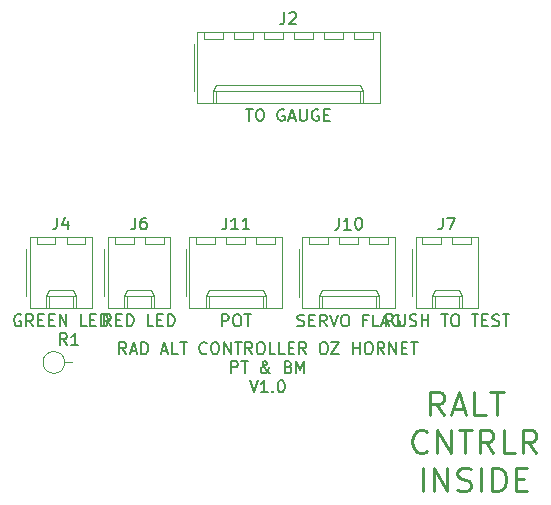
<source format=gbr>
G04 #@! TF.GenerationSoftware,KiCad,Pcbnew,(6.0.7-1)-1*
G04 #@! TF.CreationDate,2023-10-30T20:06:15+10:00*
G04 #@! TF.ProjectId,CONTROLLER_Radar Altimeter,434f4e54-524f-44c4-9c45-525f52616461,1*
G04 #@! TF.SameCoordinates,Original*
G04 #@! TF.FileFunction,Legend,Top*
G04 #@! TF.FilePolarity,Positive*
%FSLAX46Y46*%
G04 Gerber Fmt 4.6, Leading zero omitted, Abs format (unit mm)*
G04 Created by KiCad (PCBNEW (6.0.7-1)-1) date 2023-10-30 20:06:15*
%MOMM*%
%LPD*%
G01*
G04 APERTURE LIST*
%ADD10C,0.250000*%
%ADD11C,0.150000*%
%ADD12C,0.120000*%
G04 APERTURE END LIST*
D10*
X65688571Y-87294761D02*
X65021904Y-86342380D01*
X64545714Y-87294761D02*
X64545714Y-85294761D01*
X65307619Y-85294761D01*
X65498095Y-85390000D01*
X65593333Y-85485238D01*
X65688571Y-85675714D01*
X65688571Y-85961428D01*
X65593333Y-86151904D01*
X65498095Y-86247142D01*
X65307619Y-86342380D01*
X64545714Y-86342380D01*
X66450476Y-86723333D02*
X67402857Y-86723333D01*
X66260000Y-87294761D02*
X66926666Y-85294761D01*
X67593333Y-87294761D01*
X69212380Y-87294761D02*
X68260000Y-87294761D01*
X68260000Y-85294761D01*
X69593333Y-85294761D02*
X70736190Y-85294761D01*
X70164761Y-87294761D02*
X70164761Y-85294761D01*
X64260000Y-90324285D02*
X64164761Y-90419523D01*
X63879047Y-90514761D01*
X63688571Y-90514761D01*
X63402857Y-90419523D01*
X63212380Y-90229047D01*
X63117142Y-90038571D01*
X63021904Y-89657619D01*
X63021904Y-89371904D01*
X63117142Y-88990952D01*
X63212380Y-88800476D01*
X63402857Y-88610000D01*
X63688571Y-88514761D01*
X63879047Y-88514761D01*
X64164761Y-88610000D01*
X64260000Y-88705238D01*
X65117142Y-90514761D02*
X65117142Y-88514761D01*
X66260000Y-90514761D01*
X66260000Y-88514761D01*
X66926666Y-88514761D02*
X68069523Y-88514761D01*
X67498095Y-90514761D02*
X67498095Y-88514761D01*
X69879047Y-90514761D02*
X69212380Y-89562380D01*
X68736190Y-90514761D02*
X68736190Y-88514761D01*
X69498095Y-88514761D01*
X69688571Y-88610000D01*
X69783809Y-88705238D01*
X69879047Y-88895714D01*
X69879047Y-89181428D01*
X69783809Y-89371904D01*
X69688571Y-89467142D01*
X69498095Y-89562380D01*
X68736190Y-89562380D01*
X71688571Y-90514761D02*
X70736190Y-90514761D01*
X70736190Y-88514761D01*
X73498095Y-90514761D02*
X72831428Y-89562380D01*
X72355238Y-90514761D02*
X72355238Y-88514761D01*
X73117142Y-88514761D01*
X73307619Y-88610000D01*
X73402857Y-88705238D01*
X73498095Y-88895714D01*
X73498095Y-89181428D01*
X73402857Y-89371904D01*
X73307619Y-89467142D01*
X73117142Y-89562380D01*
X72355238Y-89562380D01*
X63879047Y-93734761D02*
X63879047Y-91734761D01*
X64831428Y-93734761D02*
X64831428Y-91734761D01*
X65974285Y-93734761D01*
X65974285Y-91734761D01*
X66831428Y-93639523D02*
X67117142Y-93734761D01*
X67593333Y-93734761D01*
X67783809Y-93639523D01*
X67879047Y-93544285D01*
X67974285Y-93353809D01*
X67974285Y-93163333D01*
X67879047Y-92972857D01*
X67783809Y-92877619D01*
X67593333Y-92782380D01*
X67212380Y-92687142D01*
X67021904Y-92591904D01*
X66926666Y-92496666D01*
X66831428Y-92306190D01*
X66831428Y-92115714D01*
X66926666Y-91925238D01*
X67021904Y-91830000D01*
X67212380Y-91734761D01*
X67688571Y-91734761D01*
X67974285Y-91830000D01*
X68831428Y-93734761D02*
X68831428Y-91734761D01*
X69783809Y-93734761D02*
X69783809Y-91734761D01*
X70260000Y-91734761D01*
X70545714Y-91830000D01*
X70736190Y-92020476D01*
X70831428Y-92210952D01*
X70926666Y-92591904D01*
X70926666Y-92877619D01*
X70831428Y-93258571D01*
X70736190Y-93449047D01*
X70545714Y-93639523D01*
X70260000Y-93734761D01*
X69783809Y-93734761D01*
X71783809Y-92687142D02*
X72450476Y-92687142D01*
X72736190Y-93734761D02*
X71783809Y-93734761D01*
X71783809Y-91734761D01*
X72736190Y-91734761D01*
D11*
X38783809Y-82102380D02*
X38450476Y-81626190D01*
X38212380Y-82102380D02*
X38212380Y-81102380D01*
X38593333Y-81102380D01*
X38688571Y-81150000D01*
X38736190Y-81197619D01*
X38783809Y-81292857D01*
X38783809Y-81435714D01*
X38736190Y-81530952D01*
X38688571Y-81578571D01*
X38593333Y-81626190D01*
X38212380Y-81626190D01*
X39164761Y-81816666D02*
X39640952Y-81816666D01*
X39069523Y-82102380D02*
X39402857Y-81102380D01*
X39736190Y-82102380D01*
X40069523Y-82102380D02*
X40069523Y-81102380D01*
X40307619Y-81102380D01*
X40450476Y-81150000D01*
X40545714Y-81245238D01*
X40593333Y-81340476D01*
X40640952Y-81530952D01*
X40640952Y-81673809D01*
X40593333Y-81864285D01*
X40545714Y-81959523D01*
X40450476Y-82054761D01*
X40307619Y-82102380D01*
X40069523Y-82102380D01*
X41783809Y-81816666D02*
X42260000Y-81816666D01*
X41688571Y-82102380D02*
X42021904Y-81102380D01*
X42355238Y-82102380D01*
X43164761Y-82102380D02*
X42688571Y-82102380D01*
X42688571Y-81102380D01*
X43355238Y-81102380D02*
X43926666Y-81102380D01*
X43640952Y-82102380D02*
X43640952Y-81102380D01*
X45593333Y-82007142D02*
X45545714Y-82054761D01*
X45402857Y-82102380D01*
X45307619Y-82102380D01*
X45164761Y-82054761D01*
X45069523Y-81959523D01*
X45021904Y-81864285D01*
X44974285Y-81673809D01*
X44974285Y-81530952D01*
X45021904Y-81340476D01*
X45069523Y-81245238D01*
X45164761Y-81150000D01*
X45307619Y-81102380D01*
X45402857Y-81102380D01*
X45545714Y-81150000D01*
X45593333Y-81197619D01*
X46212380Y-81102380D02*
X46402857Y-81102380D01*
X46498095Y-81150000D01*
X46593333Y-81245238D01*
X46640952Y-81435714D01*
X46640952Y-81769047D01*
X46593333Y-81959523D01*
X46498095Y-82054761D01*
X46402857Y-82102380D01*
X46212380Y-82102380D01*
X46117142Y-82054761D01*
X46021904Y-81959523D01*
X45974285Y-81769047D01*
X45974285Y-81435714D01*
X46021904Y-81245238D01*
X46117142Y-81150000D01*
X46212380Y-81102380D01*
X47069523Y-82102380D02*
X47069523Y-81102380D01*
X47640952Y-82102380D01*
X47640952Y-81102380D01*
X47974285Y-81102380D02*
X48545714Y-81102380D01*
X48260000Y-82102380D02*
X48260000Y-81102380D01*
X49450476Y-82102380D02*
X49117142Y-81626190D01*
X48879047Y-82102380D02*
X48879047Y-81102380D01*
X49260000Y-81102380D01*
X49355238Y-81150000D01*
X49402857Y-81197619D01*
X49450476Y-81292857D01*
X49450476Y-81435714D01*
X49402857Y-81530952D01*
X49355238Y-81578571D01*
X49260000Y-81626190D01*
X48879047Y-81626190D01*
X50069523Y-81102380D02*
X50260000Y-81102380D01*
X50355238Y-81150000D01*
X50450476Y-81245238D01*
X50498095Y-81435714D01*
X50498095Y-81769047D01*
X50450476Y-81959523D01*
X50355238Y-82054761D01*
X50260000Y-82102380D01*
X50069523Y-82102380D01*
X49974285Y-82054761D01*
X49879047Y-81959523D01*
X49831428Y-81769047D01*
X49831428Y-81435714D01*
X49879047Y-81245238D01*
X49974285Y-81150000D01*
X50069523Y-81102380D01*
X51402857Y-82102380D02*
X50926666Y-82102380D01*
X50926666Y-81102380D01*
X52212380Y-82102380D02*
X51736190Y-82102380D01*
X51736190Y-81102380D01*
X52545714Y-81578571D02*
X52879047Y-81578571D01*
X53021904Y-82102380D02*
X52545714Y-82102380D01*
X52545714Y-81102380D01*
X53021904Y-81102380D01*
X54021904Y-82102380D02*
X53688571Y-81626190D01*
X53450476Y-82102380D02*
X53450476Y-81102380D01*
X53831428Y-81102380D01*
X53926666Y-81150000D01*
X53974285Y-81197619D01*
X54021904Y-81292857D01*
X54021904Y-81435714D01*
X53974285Y-81530952D01*
X53926666Y-81578571D01*
X53831428Y-81626190D01*
X53450476Y-81626190D01*
X55402857Y-81102380D02*
X55593333Y-81102380D01*
X55688571Y-81150000D01*
X55783809Y-81245238D01*
X55831428Y-81435714D01*
X55831428Y-81769047D01*
X55783809Y-81959523D01*
X55688571Y-82054761D01*
X55593333Y-82102380D01*
X55402857Y-82102380D01*
X55307619Y-82054761D01*
X55212380Y-81959523D01*
X55164761Y-81769047D01*
X55164761Y-81435714D01*
X55212380Y-81245238D01*
X55307619Y-81150000D01*
X55402857Y-81102380D01*
X56164761Y-81102380D02*
X56831428Y-81102380D01*
X56164761Y-82102380D01*
X56831428Y-82102380D01*
X57974285Y-82102380D02*
X57974285Y-81102380D01*
X57974285Y-81578571D02*
X58545714Y-81578571D01*
X58545714Y-82102380D02*
X58545714Y-81102380D01*
X59212380Y-81102380D02*
X59402857Y-81102380D01*
X59498095Y-81150000D01*
X59593333Y-81245238D01*
X59640952Y-81435714D01*
X59640952Y-81769047D01*
X59593333Y-81959523D01*
X59498095Y-82054761D01*
X59402857Y-82102380D01*
X59212380Y-82102380D01*
X59117142Y-82054761D01*
X59021904Y-81959523D01*
X58974285Y-81769047D01*
X58974285Y-81435714D01*
X59021904Y-81245238D01*
X59117142Y-81150000D01*
X59212380Y-81102380D01*
X60640952Y-82102380D02*
X60307619Y-81626190D01*
X60069523Y-82102380D02*
X60069523Y-81102380D01*
X60450476Y-81102380D01*
X60545714Y-81150000D01*
X60593333Y-81197619D01*
X60640952Y-81292857D01*
X60640952Y-81435714D01*
X60593333Y-81530952D01*
X60545714Y-81578571D01*
X60450476Y-81626190D01*
X60069523Y-81626190D01*
X61069523Y-82102380D02*
X61069523Y-81102380D01*
X61640952Y-82102380D01*
X61640952Y-81102380D01*
X62117142Y-81578571D02*
X62450476Y-81578571D01*
X62593333Y-82102380D02*
X62117142Y-82102380D01*
X62117142Y-81102380D01*
X62593333Y-81102380D01*
X62879047Y-81102380D02*
X63450476Y-81102380D01*
X63164761Y-82102380D02*
X63164761Y-81102380D01*
X47664761Y-83712380D02*
X47664761Y-82712380D01*
X48045714Y-82712380D01*
X48140952Y-82760000D01*
X48188571Y-82807619D01*
X48236190Y-82902857D01*
X48236190Y-83045714D01*
X48188571Y-83140952D01*
X48140952Y-83188571D01*
X48045714Y-83236190D01*
X47664761Y-83236190D01*
X48521904Y-82712380D02*
X49093333Y-82712380D01*
X48807619Y-83712380D02*
X48807619Y-82712380D01*
X50998095Y-83712380D02*
X50950476Y-83712380D01*
X50855238Y-83664761D01*
X50712380Y-83521904D01*
X50474285Y-83236190D01*
X50379047Y-83093333D01*
X50331428Y-82950476D01*
X50331428Y-82855238D01*
X50379047Y-82760000D01*
X50474285Y-82712380D01*
X50521904Y-82712380D01*
X50617142Y-82760000D01*
X50664761Y-82855238D01*
X50664761Y-82902857D01*
X50617142Y-82998095D01*
X50569523Y-83045714D01*
X50283809Y-83236190D01*
X50236190Y-83283809D01*
X50188571Y-83379047D01*
X50188571Y-83521904D01*
X50236190Y-83617142D01*
X50283809Y-83664761D01*
X50379047Y-83712380D01*
X50521904Y-83712380D01*
X50617142Y-83664761D01*
X50664761Y-83617142D01*
X50807619Y-83426666D01*
X50855238Y-83283809D01*
X50855238Y-83188571D01*
X52521904Y-83188571D02*
X52664761Y-83236190D01*
X52712380Y-83283809D01*
X52760000Y-83379047D01*
X52760000Y-83521904D01*
X52712380Y-83617142D01*
X52664761Y-83664761D01*
X52569523Y-83712380D01*
X52188571Y-83712380D01*
X52188571Y-82712380D01*
X52521904Y-82712380D01*
X52617142Y-82760000D01*
X52664761Y-82807619D01*
X52712380Y-82902857D01*
X52712380Y-82998095D01*
X52664761Y-83093333D01*
X52617142Y-83140952D01*
X52521904Y-83188571D01*
X52188571Y-83188571D01*
X53188571Y-83712380D02*
X53188571Y-82712380D01*
X53521904Y-83426666D01*
X53855238Y-82712380D01*
X53855238Y-83712380D01*
X49236190Y-84322380D02*
X49569523Y-85322380D01*
X49902857Y-84322380D01*
X50760000Y-85322380D02*
X50188571Y-85322380D01*
X50474285Y-85322380D02*
X50474285Y-84322380D01*
X50379047Y-84465238D01*
X50283809Y-84560476D01*
X50188571Y-84608095D01*
X51188571Y-85227142D02*
X51236190Y-85274761D01*
X51188571Y-85322380D01*
X51140952Y-85274761D01*
X51188571Y-85227142D01*
X51188571Y-85322380D01*
X51855238Y-84322380D02*
X51950476Y-84322380D01*
X52045714Y-84370000D01*
X52093333Y-84417619D01*
X52140952Y-84512857D01*
X52188571Y-84703333D01*
X52188571Y-84941428D01*
X52140952Y-85131904D01*
X52093333Y-85227142D01*
X52045714Y-85274761D01*
X51950476Y-85322380D01*
X51855238Y-85322380D01*
X51760000Y-85274761D01*
X51712380Y-85227142D01*
X51664761Y-85131904D01*
X51617142Y-84941428D01*
X51617142Y-84703333D01*
X51664761Y-84512857D01*
X51712380Y-84417619D01*
X51760000Y-84370000D01*
X51855238Y-84322380D01*
X65596666Y-70542380D02*
X65596666Y-71256666D01*
X65549047Y-71399523D01*
X65453809Y-71494761D01*
X65310952Y-71542380D01*
X65215714Y-71542380D01*
X65977619Y-70542380D02*
X66644285Y-70542380D01*
X66215714Y-71542380D01*
X60787142Y-79742380D02*
X60787142Y-78742380D01*
X61168095Y-78742380D01*
X61263333Y-78790000D01*
X61310952Y-78837619D01*
X61358571Y-78932857D01*
X61358571Y-79075714D01*
X61310952Y-79170952D01*
X61263333Y-79218571D01*
X61168095Y-79266190D01*
X60787142Y-79266190D01*
X61787142Y-78742380D02*
X61787142Y-79551904D01*
X61834761Y-79647142D01*
X61882380Y-79694761D01*
X61977619Y-79742380D01*
X62168095Y-79742380D01*
X62263333Y-79694761D01*
X62310952Y-79647142D01*
X62358571Y-79551904D01*
X62358571Y-78742380D01*
X62787142Y-79694761D02*
X62930000Y-79742380D01*
X63168095Y-79742380D01*
X63263333Y-79694761D01*
X63310952Y-79647142D01*
X63358571Y-79551904D01*
X63358571Y-79456666D01*
X63310952Y-79361428D01*
X63263333Y-79313809D01*
X63168095Y-79266190D01*
X62977619Y-79218571D01*
X62882380Y-79170952D01*
X62834761Y-79123333D01*
X62787142Y-79028095D01*
X62787142Y-78932857D01*
X62834761Y-78837619D01*
X62882380Y-78790000D01*
X62977619Y-78742380D01*
X63215714Y-78742380D01*
X63358571Y-78790000D01*
X63787142Y-79742380D02*
X63787142Y-78742380D01*
X63787142Y-79218571D02*
X64358571Y-79218571D01*
X64358571Y-79742380D02*
X64358571Y-78742380D01*
X65453809Y-78742380D02*
X66025238Y-78742380D01*
X65739523Y-79742380D02*
X65739523Y-78742380D01*
X66549047Y-78742380D02*
X66739523Y-78742380D01*
X66834761Y-78790000D01*
X66930000Y-78885238D01*
X66977619Y-79075714D01*
X66977619Y-79409047D01*
X66930000Y-79599523D01*
X66834761Y-79694761D01*
X66739523Y-79742380D01*
X66549047Y-79742380D01*
X66453809Y-79694761D01*
X66358571Y-79599523D01*
X66310952Y-79409047D01*
X66310952Y-79075714D01*
X66358571Y-78885238D01*
X66453809Y-78790000D01*
X66549047Y-78742380D01*
X68025238Y-78742380D02*
X68596666Y-78742380D01*
X68310952Y-79742380D02*
X68310952Y-78742380D01*
X68930000Y-79218571D02*
X69263333Y-79218571D01*
X69406190Y-79742380D02*
X68930000Y-79742380D01*
X68930000Y-78742380D01*
X69406190Y-78742380D01*
X69787142Y-79694761D02*
X69930000Y-79742380D01*
X70168095Y-79742380D01*
X70263333Y-79694761D01*
X70310952Y-79647142D01*
X70358571Y-79551904D01*
X70358571Y-79456666D01*
X70310952Y-79361428D01*
X70263333Y-79313809D01*
X70168095Y-79266190D01*
X69977619Y-79218571D01*
X69882380Y-79170952D01*
X69834761Y-79123333D01*
X69787142Y-79028095D01*
X69787142Y-78932857D01*
X69834761Y-78837619D01*
X69882380Y-78790000D01*
X69977619Y-78742380D01*
X70215714Y-78742380D01*
X70358571Y-78790000D01*
X70644285Y-78742380D02*
X71215714Y-78742380D01*
X70930000Y-79742380D02*
X70930000Y-78742380D01*
X32926666Y-70542380D02*
X32926666Y-71256666D01*
X32879047Y-71399523D01*
X32783809Y-71494761D01*
X32640952Y-71542380D01*
X32545714Y-71542380D01*
X33831428Y-70875714D02*
X33831428Y-71542380D01*
X33593333Y-70494761D02*
X33355238Y-71209047D01*
X33974285Y-71209047D01*
X29855238Y-78790000D02*
X29760000Y-78742380D01*
X29617142Y-78742380D01*
X29474285Y-78790000D01*
X29379047Y-78885238D01*
X29331428Y-78980476D01*
X29283809Y-79170952D01*
X29283809Y-79313809D01*
X29331428Y-79504285D01*
X29379047Y-79599523D01*
X29474285Y-79694761D01*
X29617142Y-79742380D01*
X29712380Y-79742380D01*
X29855238Y-79694761D01*
X29902857Y-79647142D01*
X29902857Y-79313809D01*
X29712380Y-79313809D01*
X30902857Y-79742380D02*
X30569523Y-79266190D01*
X30331428Y-79742380D02*
X30331428Y-78742380D01*
X30712380Y-78742380D01*
X30807619Y-78790000D01*
X30855238Y-78837619D01*
X30902857Y-78932857D01*
X30902857Y-79075714D01*
X30855238Y-79170952D01*
X30807619Y-79218571D01*
X30712380Y-79266190D01*
X30331428Y-79266190D01*
X31331428Y-79218571D02*
X31664761Y-79218571D01*
X31807619Y-79742380D02*
X31331428Y-79742380D01*
X31331428Y-78742380D01*
X31807619Y-78742380D01*
X32236190Y-79218571D02*
X32569523Y-79218571D01*
X32712380Y-79742380D02*
X32236190Y-79742380D01*
X32236190Y-78742380D01*
X32712380Y-78742380D01*
X33140952Y-79742380D02*
X33140952Y-78742380D01*
X33712380Y-79742380D01*
X33712380Y-78742380D01*
X35426666Y-79742380D02*
X34950476Y-79742380D01*
X34950476Y-78742380D01*
X35760000Y-79218571D02*
X36093333Y-79218571D01*
X36236190Y-79742380D02*
X35760000Y-79742380D01*
X35760000Y-78742380D01*
X36236190Y-78742380D01*
X36664761Y-79742380D02*
X36664761Y-78742380D01*
X36902857Y-78742380D01*
X37045714Y-78790000D01*
X37140952Y-78885238D01*
X37188571Y-78980476D01*
X37236190Y-79170952D01*
X37236190Y-79313809D01*
X37188571Y-79504285D01*
X37140952Y-79599523D01*
X37045714Y-79694761D01*
X36902857Y-79742380D01*
X36664761Y-79742380D01*
X47250476Y-70542380D02*
X47250476Y-71256666D01*
X47202857Y-71399523D01*
X47107619Y-71494761D01*
X46964761Y-71542380D01*
X46869523Y-71542380D01*
X48250476Y-71542380D02*
X47679047Y-71542380D01*
X47964761Y-71542380D02*
X47964761Y-70542380D01*
X47869523Y-70685238D01*
X47774285Y-70780476D01*
X47679047Y-70828095D01*
X49202857Y-71542380D02*
X48631428Y-71542380D01*
X48917142Y-71542380D02*
X48917142Y-70542380D01*
X48821904Y-70685238D01*
X48726666Y-70780476D01*
X48631428Y-70828095D01*
X46893333Y-79742380D02*
X46893333Y-78742380D01*
X47274285Y-78742380D01*
X47369523Y-78790000D01*
X47417142Y-78837619D01*
X47464761Y-78932857D01*
X47464761Y-79075714D01*
X47417142Y-79170952D01*
X47369523Y-79218571D01*
X47274285Y-79266190D01*
X46893333Y-79266190D01*
X48083809Y-78742380D02*
X48274285Y-78742380D01*
X48369523Y-78790000D01*
X48464761Y-78885238D01*
X48512380Y-79075714D01*
X48512380Y-79409047D01*
X48464761Y-79599523D01*
X48369523Y-79694761D01*
X48274285Y-79742380D01*
X48083809Y-79742380D01*
X47988571Y-79694761D01*
X47893333Y-79599523D01*
X47845714Y-79409047D01*
X47845714Y-79075714D01*
X47893333Y-78885238D01*
X47988571Y-78790000D01*
X48083809Y-78742380D01*
X48798095Y-78742380D02*
X49369523Y-78742380D01*
X49083809Y-79742380D02*
X49083809Y-78742380D01*
X52176666Y-53162380D02*
X52176666Y-53876666D01*
X52129047Y-54019523D01*
X52033809Y-54114761D01*
X51890952Y-54162380D01*
X51795714Y-54162380D01*
X52605238Y-53257619D02*
X52652857Y-53210000D01*
X52748095Y-53162380D01*
X52986190Y-53162380D01*
X53081428Y-53210000D01*
X53129047Y-53257619D01*
X53176666Y-53352857D01*
X53176666Y-53448095D01*
X53129047Y-53590952D01*
X52557619Y-54162380D01*
X53176666Y-54162380D01*
X48914761Y-61362380D02*
X49486190Y-61362380D01*
X49200476Y-62362380D02*
X49200476Y-61362380D01*
X50010000Y-61362380D02*
X50200476Y-61362380D01*
X50295714Y-61410000D01*
X50390952Y-61505238D01*
X50438571Y-61695714D01*
X50438571Y-62029047D01*
X50390952Y-62219523D01*
X50295714Y-62314761D01*
X50200476Y-62362380D01*
X50010000Y-62362380D01*
X49914761Y-62314761D01*
X49819523Y-62219523D01*
X49771904Y-62029047D01*
X49771904Y-61695714D01*
X49819523Y-61505238D01*
X49914761Y-61410000D01*
X50010000Y-61362380D01*
X52152857Y-61410000D02*
X52057619Y-61362380D01*
X51914761Y-61362380D01*
X51771904Y-61410000D01*
X51676666Y-61505238D01*
X51629047Y-61600476D01*
X51581428Y-61790952D01*
X51581428Y-61933809D01*
X51629047Y-62124285D01*
X51676666Y-62219523D01*
X51771904Y-62314761D01*
X51914761Y-62362380D01*
X52010000Y-62362380D01*
X52152857Y-62314761D01*
X52200476Y-62267142D01*
X52200476Y-61933809D01*
X52010000Y-61933809D01*
X52581428Y-62076666D02*
X53057619Y-62076666D01*
X52486190Y-62362380D02*
X52819523Y-61362380D01*
X53152857Y-62362380D01*
X53486190Y-61362380D02*
X53486190Y-62171904D01*
X53533809Y-62267142D01*
X53581428Y-62314761D01*
X53676666Y-62362380D01*
X53867142Y-62362380D01*
X53962380Y-62314761D01*
X54010000Y-62267142D01*
X54057619Y-62171904D01*
X54057619Y-61362380D01*
X55057619Y-61410000D02*
X54962380Y-61362380D01*
X54819523Y-61362380D01*
X54676666Y-61410000D01*
X54581428Y-61505238D01*
X54533809Y-61600476D01*
X54486190Y-61790952D01*
X54486190Y-61933809D01*
X54533809Y-62124285D01*
X54581428Y-62219523D01*
X54676666Y-62314761D01*
X54819523Y-62362380D01*
X54914761Y-62362380D01*
X55057619Y-62314761D01*
X55105238Y-62267142D01*
X55105238Y-61933809D01*
X54914761Y-61933809D01*
X55533809Y-61838571D02*
X55867142Y-61838571D01*
X56010000Y-62362380D02*
X55533809Y-62362380D01*
X55533809Y-61362380D01*
X56010000Y-61362380D01*
X33763333Y-81342380D02*
X33430000Y-80866190D01*
X33191904Y-81342380D02*
X33191904Y-80342380D01*
X33572857Y-80342380D01*
X33668095Y-80390000D01*
X33715714Y-80437619D01*
X33763333Y-80532857D01*
X33763333Y-80675714D01*
X33715714Y-80770952D01*
X33668095Y-80818571D01*
X33572857Y-80866190D01*
X33191904Y-80866190D01*
X34715714Y-81342380D02*
X34144285Y-81342380D01*
X34430000Y-81342380D02*
X34430000Y-80342380D01*
X34334761Y-80485238D01*
X34239523Y-80580476D01*
X34144285Y-80628095D01*
X56800476Y-70562380D02*
X56800476Y-71276666D01*
X56752857Y-71419523D01*
X56657619Y-71514761D01*
X56514761Y-71562380D01*
X56419523Y-71562380D01*
X57800476Y-71562380D02*
X57229047Y-71562380D01*
X57514761Y-71562380D02*
X57514761Y-70562380D01*
X57419523Y-70705238D01*
X57324285Y-70800476D01*
X57229047Y-70848095D01*
X58419523Y-70562380D02*
X58514761Y-70562380D01*
X58610000Y-70610000D01*
X58657619Y-70657619D01*
X58705238Y-70752857D01*
X58752857Y-70943333D01*
X58752857Y-71181428D01*
X58705238Y-71371904D01*
X58657619Y-71467142D01*
X58610000Y-71514761D01*
X58514761Y-71562380D01*
X58419523Y-71562380D01*
X58324285Y-71514761D01*
X58276666Y-71467142D01*
X58229047Y-71371904D01*
X58181428Y-71181428D01*
X58181428Y-70943333D01*
X58229047Y-70752857D01*
X58276666Y-70657619D01*
X58324285Y-70610000D01*
X58419523Y-70562380D01*
X53276666Y-79714761D02*
X53419523Y-79762380D01*
X53657619Y-79762380D01*
X53752857Y-79714761D01*
X53800476Y-79667142D01*
X53848095Y-79571904D01*
X53848095Y-79476666D01*
X53800476Y-79381428D01*
X53752857Y-79333809D01*
X53657619Y-79286190D01*
X53467142Y-79238571D01*
X53371904Y-79190952D01*
X53324285Y-79143333D01*
X53276666Y-79048095D01*
X53276666Y-78952857D01*
X53324285Y-78857619D01*
X53371904Y-78810000D01*
X53467142Y-78762380D01*
X53705238Y-78762380D01*
X53848095Y-78810000D01*
X54276666Y-79238571D02*
X54610000Y-79238571D01*
X54752857Y-79762380D02*
X54276666Y-79762380D01*
X54276666Y-78762380D01*
X54752857Y-78762380D01*
X55752857Y-79762380D02*
X55419523Y-79286190D01*
X55181428Y-79762380D02*
X55181428Y-78762380D01*
X55562380Y-78762380D01*
X55657619Y-78810000D01*
X55705238Y-78857619D01*
X55752857Y-78952857D01*
X55752857Y-79095714D01*
X55705238Y-79190952D01*
X55657619Y-79238571D01*
X55562380Y-79286190D01*
X55181428Y-79286190D01*
X56038571Y-78762380D02*
X56371904Y-79762380D01*
X56705238Y-78762380D01*
X57229047Y-78762380D02*
X57419523Y-78762380D01*
X57514761Y-78810000D01*
X57610000Y-78905238D01*
X57657619Y-79095714D01*
X57657619Y-79429047D01*
X57610000Y-79619523D01*
X57514761Y-79714761D01*
X57419523Y-79762380D01*
X57229047Y-79762380D01*
X57133809Y-79714761D01*
X57038571Y-79619523D01*
X56990952Y-79429047D01*
X56990952Y-79095714D01*
X57038571Y-78905238D01*
X57133809Y-78810000D01*
X57229047Y-78762380D01*
X59181428Y-79238571D02*
X58848095Y-79238571D01*
X58848095Y-79762380D02*
X58848095Y-78762380D01*
X59324285Y-78762380D01*
X60181428Y-79762380D02*
X59705238Y-79762380D01*
X59705238Y-78762380D01*
X60467142Y-79476666D02*
X60943333Y-79476666D01*
X60371904Y-79762380D02*
X60705238Y-78762380D01*
X61038571Y-79762380D01*
X61895714Y-78810000D02*
X61800476Y-78762380D01*
X61657619Y-78762380D01*
X61514761Y-78810000D01*
X61419523Y-78905238D01*
X61371904Y-79000476D01*
X61324285Y-79190952D01*
X61324285Y-79333809D01*
X61371904Y-79524285D01*
X61419523Y-79619523D01*
X61514761Y-79714761D01*
X61657619Y-79762380D01*
X61752857Y-79762380D01*
X61895714Y-79714761D01*
X61943333Y-79667142D01*
X61943333Y-79333809D01*
X61752857Y-79333809D01*
X39546666Y-70542380D02*
X39546666Y-71256666D01*
X39499047Y-71399523D01*
X39403809Y-71494761D01*
X39260952Y-71542380D01*
X39165714Y-71542380D01*
X40451428Y-70542380D02*
X40260952Y-70542380D01*
X40165714Y-70590000D01*
X40118095Y-70637619D01*
X40022857Y-70780476D01*
X39975238Y-70970952D01*
X39975238Y-71351904D01*
X40022857Y-71447142D01*
X40070476Y-71494761D01*
X40165714Y-71542380D01*
X40356190Y-71542380D01*
X40451428Y-71494761D01*
X40499047Y-71447142D01*
X40546666Y-71351904D01*
X40546666Y-71113809D01*
X40499047Y-71018571D01*
X40451428Y-70970952D01*
X40356190Y-70923333D01*
X40165714Y-70923333D01*
X40070476Y-70970952D01*
X40022857Y-71018571D01*
X39975238Y-71113809D01*
X37499047Y-79742380D02*
X37165714Y-79266190D01*
X36927619Y-79742380D02*
X36927619Y-78742380D01*
X37308571Y-78742380D01*
X37403809Y-78790000D01*
X37451428Y-78837619D01*
X37499047Y-78932857D01*
X37499047Y-79075714D01*
X37451428Y-79170952D01*
X37403809Y-79218571D01*
X37308571Y-79266190D01*
X36927619Y-79266190D01*
X37927619Y-79218571D02*
X38260952Y-79218571D01*
X38403809Y-79742380D02*
X37927619Y-79742380D01*
X37927619Y-78742380D01*
X38403809Y-78742380D01*
X38832380Y-79742380D02*
X38832380Y-78742380D01*
X39070476Y-78742380D01*
X39213333Y-78790000D01*
X39308571Y-78885238D01*
X39356190Y-78980476D01*
X39403809Y-79170952D01*
X39403809Y-79313809D01*
X39356190Y-79504285D01*
X39308571Y-79599523D01*
X39213333Y-79694761D01*
X39070476Y-79742380D01*
X38832380Y-79742380D01*
X41070476Y-79742380D02*
X40594285Y-79742380D01*
X40594285Y-78742380D01*
X41403809Y-79218571D02*
X41737142Y-79218571D01*
X41880000Y-79742380D02*
X41403809Y-79742380D01*
X41403809Y-78742380D01*
X41880000Y-78742380D01*
X42308571Y-79742380D02*
X42308571Y-78742380D01*
X42546666Y-78742380D01*
X42689523Y-78790000D01*
X42784761Y-78885238D01*
X42832380Y-78980476D01*
X42880000Y-79170952D01*
X42880000Y-79313809D01*
X42832380Y-79504285D01*
X42784761Y-79599523D01*
X42689523Y-79694761D01*
X42546666Y-79742380D01*
X42308571Y-79742380D01*
D12*
X68580000Y-78200000D02*
X68580000Y-72180000D01*
X68580000Y-72180000D02*
X63280000Y-72180000D01*
X62990000Y-73210000D02*
X62990000Y-77210000D01*
X64660000Y-77200000D02*
X67200000Y-77200000D01*
X68000000Y-72780000D02*
X68000000Y-72180000D01*
X66950000Y-78200000D02*
X66950000Y-77200000D01*
X64660000Y-77200000D02*
X64910000Y-76670000D01*
X64910000Y-78200000D02*
X64910000Y-77200000D01*
X66400000Y-72180000D02*
X66400000Y-72780000D01*
X64660000Y-78200000D02*
X64660000Y-77200000D01*
X67200000Y-77200000D02*
X67200000Y-78200000D01*
X66950000Y-76670000D02*
X67200000Y-77200000D01*
X63860000Y-72180000D02*
X63860000Y-72780000D01*
X63280000Y-78200000D02*
X68580000Y-78200000D01*
X66400000Y-72780000D02*
X68000000Y-72780000D01*
X63860000Y-72780000D02*
X65460000Y-72780000D01*
X64910000Y-76670000D02*
X66950000Y-76670000D01*
X65460000Y-72780000D02*
X65460000Y-72180000D01*
X63280000Y-72180000D02*
X63280000Y-78200000D01*
X32240000Y-78200000D02*
X32240000Y-77200000D01*
X35910000Y-78200000D02*
X35910000Y-72180000D01*
X34530000Y-77200000D02*
X34530000Y-78200000D01*
X30320000Y-73210000D02*
X30320000Y-77210000D01*
X31190000Y-72180000D02*
X31190000Y-72780000D01*
X31990000Y-77200000D02*
X34530000Y-77200000D01*
X33730000Y-72780000D02*
X35330000Y-72780000D01*
X32240000Y-76670000D02*
X34280000Y-76670000D01*
X35910000Y-72180000D02*
X30610000Y-72180000D01*
X33730000Y-72180000D02*
X33730000Y-72780000D01*
X32790000Y-72780000D02*
X32790000Y-72180000D01*
X31990000Y-78200000D02*
X31990000Y-77200000D01*
X34280000Y-76670000D02*
X34530000Y-77200000D01*
X30610000Y-72180000D02*
X30610000Y-78200000D01*
X31190000Y-72780000D02*
X32790000Y-72780000D01*
X34280000Y-78200000D02*
X34280000Y-77200000D01*
X30610000Y-78200000D02*
X35910000Y-78200000D01*
X31990000Y-77200000D02*
X32240000Y-76670000D01*
X35330000Y-72780000D02*
X35330000Y-72180000D01*
X45770000Y-78200000D02*
X45770000Y-77200000D01*
X51980000Y-72180000D02*
X44140000Y-72180000D01*
X49800000Y-72180000D02*
X49800000Y-72780000D01*
X44140000Y-78200000D02*
X51980000Y-78200000D01*
X51400000Y-72780000D02*
X51400000Y-72180000D01*
X44140000Y-72180000D02*
X44140000Y-78200000D01*
X44720000Y-72780000D02*
X46320000Y-72780000D01*
X47260000Y-72780000D02*
X48860000Y-72780000D01*
X46320000Y-72780000D02*
X46320000Y-72180000D01*
X45520000Y-77200000D02*
X50600000Y-77200000D01*
X50350000Y-78200000D02*
X50350000Y-77200000D01*
X47260000Y-72180000D02*
X47260000Y-72780000D01*
X51980000Y-78200000D02*
X51980000Y-72180000D01*
X50350000Y-76670000D02*
X50600000Y-77200000D01*
X45520000Y-78200000D02*
X45520000Y-77200000D01*
X49800000Y-72780000D02*
X51400000Y-72780000D01*
X45770000Y-76670000D02*
X50350000Y-76670000D01*
X45520000Y-77200000D02*
X45770000Y-76670000D01*
X48860000Y-72780000D02*
X48860000Y-72180000D01*
X43850000Y-73210000D02*
X43850000Y-77210000D01*
X50600000Y-77200000D02*
X50600000Y-78200000D01*
X44720000Y-72180000D02*
X44720000Y-72780000D01*
X58860000Y-59820000D02*
X58860000Y-60820000D01*
X60240000Y-60820000D02*
X60240000Y-54800000D01*
X44780000Y-54800000D02*
X44780000Y-60820000D01*
X47900000Y-55400000D02*
X49500000Y-55400000D01*
X54580000Y-55400000D02*
X54580000Y-54800000D01*
X52040000Y-55400000D02*
X52040000Y-54800000D01*
X50440000Y-55400000D02*
X52040000Y-55400000D01*
X47900000Y-54800000D02*
X47900000Y-55400000D01*
X44490000Y-55830000D02*
X44490000Y-59830000D01*
X60240000Y-54800000D02*
X44780000Y-54800000D01*
X55520000Y-55400000D02*
X57120000Y-55400000D01*
X45360000Y-54800000D02*
X45360000Y-55400000D01*
X58610000Y-60820000D02*
X58610000Y-59820000D01*
X46410000Y-59290000D02*
X58610000Y-59290000D01*
X55520000Y-54800000D02*
X55520000Y-55400000D01*
X46960000Y-55400000D02*
X46960000Y-54800000D01*
X45360000Y-55400000D02*
X46960000Y-55400000D01*
X46160000Y-60820000D02*
X46160000Y-59820000D01*
X58060000Y-55400000D02*
X59660000Y-55400000D01*
X58610000Y-59290000D02*
X58860000Y-59820000D01*
X50440000Y-54800000D02*
X50440000Y-55400000D01*
X46410000Y-60820000D02*
X46410000Y-59820000D01*
X52980000Y-55400000D02*
X54580000Y-55400000D01*
X59660000Y-55400000D02*
X59660000Y-54800000D01*
X57120000Y-55400000D02*
X57120000Y-54800000D01*
X46160000Y-59820000D02*
X46410000Y-59290000D01*
X46160000Y-59820000D02*
X58860000Y-59820000D01*
X58060000Y-54800000D02*
X58060000Y-55400000D01*
X49500000Y-55400000D02*
X49500000Y-54800000D01*
X52980000Y-54800000D02*
X52980000Y-55400000D01*
X44780000Y-60820000D02*
X60240000Y-60820000D01*
X33580000Y-82810000D02*
X34200000Y-82810000D01*
X33580000Y-82810000D02*
G75*
G03*
X33580000Y-82810000I-920000J0D01*
G01*
X55070000Y-77220000D02*
X55320000Y-76690000D01*
X59900000Y-78220000D02*
X59900000Y-77220000D01*
X59900000Y-76690000D02*
X60150000Y-77220000D01*
X55320000Y-76690000D02*
X59900000Y-76690000D01*
X60950000Y-72800000D02*
X60950000Y-72200000D01*
X60150000Y-77220000D02*
X60150000Y-78220000D01*
X54270000Y-72800000D02*
X55870000Y-72800000D01*
X53690000Y-78220000D02*
X61530000Y-78220000D01*
X59350000Y-72800000D02*
X60950000Y-72800000D01*
X61530000Y-78220000D02*
X61530000Y-72200000D01*
X56810000Y-72200000D02*
X56810000Y-72800000D01*
X58410000Y-72800000D02*
X58410000Y-72200000D01*
X59350000Y-72200000D02*
X59350000Y-72800000D01*
X55070000Y-77220000D02*
X60150000Y-77220000D01*
X53400000Y-73230000D02*
X53400000Y-77230000D01*
X56810000Y-72800000D02*
X58410000Y-72800000D01*
X54270000Y-72200000D02*
X54270000Y-72800000D01*
X55070000Y-78220000D02*
X55070000Y-77220000D01*
X53690000Y-72200000D02*
X53690000Y-78220000D01*
X55320000Y-78220000D02*
X55320000Y-77220000D01*
X55870000Y-72800000D02*
X55870000Y-72200000D01*
X61530000Y-72200000D02*
X53690000Y-72200000D01*
X40350000Y-72780000D02*
X41950000Y-72780000D01*
X41950000Y-72780000D02*
X41950000Y-72180000D01*
X38610000Y-77200000D02*
X41150000Y-77200000D01*
X38860000Y-78200000D02*
X38860000Y-77200000D01*
X40350000Y-72180000D02*
X40350000Y-72780000D01*
X37230000Y-78200000D02*
X42530000Y-78200000D01*
X39410000Y-72780000D02*
X39410000Y-72180000D01*
X41150000Y-77200000D02*
X41150000Y-78200000D01*
X38610000Y-77200000D02*
X38860000Y-76670000D01*
X42530000Y-78200000D02*
X42530000Y-72180000D01*
X37230000Y-72180000D02*
X37230000Y-78200000D01*
X40900000Y-78200000D02*
X40900000Y-77200000D01*
X37810000Y-72180000D02*
X37810000Y-72780000D01*
X37810000Y-72780000D02*
X39410000Y-72780000D01*
X40900000Y-76670000D02*
X41150000Y-77200000D01*
X38860000Y-76670000D02*
X40900000Y-76670000D01*
X36940000Y-73210000D02*
X36940000Y-77210000D01*
X42530000Y-72180000D02*
X37230000Y-72180000D01*
X38610000Y-78200000D02*
X38610000Y-77200000D01*
M02*

</source>
